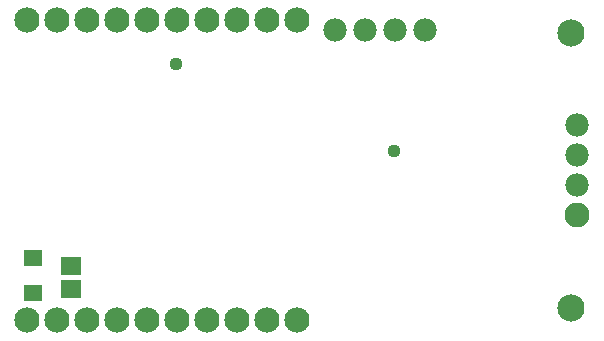
<source format=gbr>
G04 EAGLE Gerber RS-274X export*
G75*
%MOMM*%
%FSLAX34Y34*%
%LPD*%
%INSoldermask Top*%
%IPPOS*%
%AMOC8*
5,1,8,0,0,1.08239X$1,22.5*%
G01*
%ADD10R,1.603200X1.403200*%
%ADD11R,1.703200X1.503200*%
%ADD12C,1.981200*%
%ADD13C,2.103200*%
%ADD14C,2.303200*%
%ADD15C,2.133600*%
%ADD16C,1.109600*%


D10*
X37440Y75680D03*
X37440Y45680D03*
D11*
X69480Y68650D03*
X69480Y49650D03*
D12*
X498158Y188100D03*
X498158Y162700D03*
X498158Y137300D03*
D13*
X498158Y111900D03*
D14*
X493158Y266500D03*
X493158Y33500D03*
D12*
X369650Y268410D03*
X344250Y268410D03*
X318850Y268410D03*
X293450Y268410D03*
D15*
X260925Y276800D03*
X235525Y276800D03*
X210125Y276800D03*
X184725Y276800D03*
X159325Y276800D03*
X133925Y276800D03*
X108525Y277000D03*
X83125Y277000D03*
X57725Y277000D03*
X32325Y277000D03*
X32325Y23000D03*
X57725Y23000D03*
X83125Y23000D03*
X108525Y23000D03*
X133925Y23000D03*
X159325Y23000D03*
X184725Y23000D03*
X210125Y23000D03*
X235525Y23000D03*
X260925Y23000D03*
D16*
X158750Y240030D03*
X342900Y166370D03*
M02*

</source>
